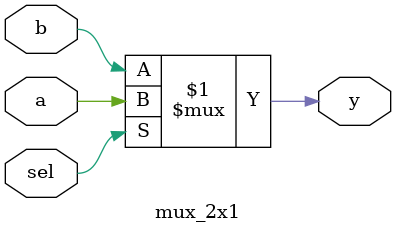
<source format=v>

module mux_2x1 
(
	input a, b, sel,
	output y
);
	assign y = sel ? a : b;
	initial begin
		$dumpfile("dump.vcd");
		$dumpvars(0, mux_2x1);	
	end
endmodule

</source>
